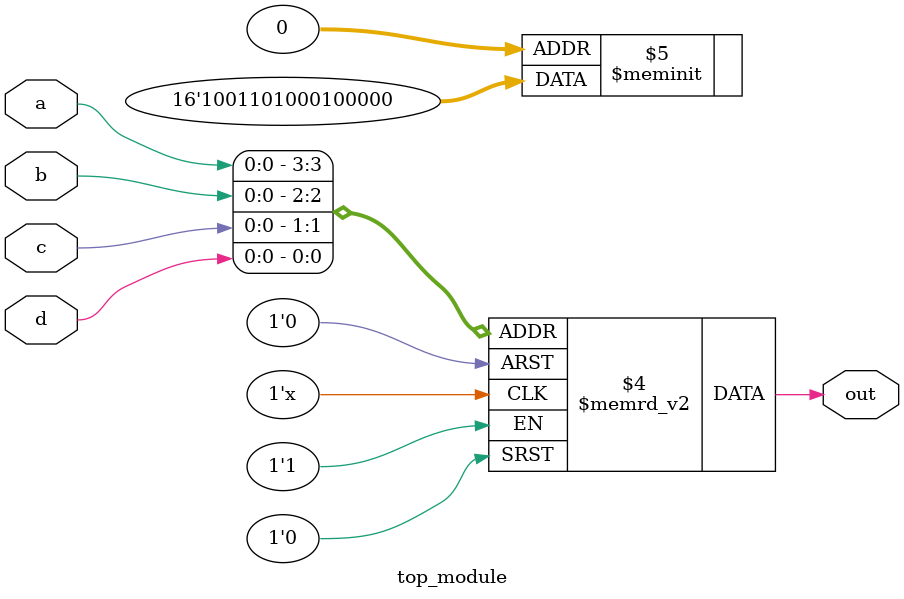
<source format=sv>
module top_module (
	input a,
	input b,
	input c,
	input d,
	output reg out
);
	always @(*) begin
		case ({a, b, c, d})
			4'b0000: out = 1'b0;
			4'b0001: out = 1'b0;
			4'b0010: out = 1'b0;
			4'b0011: out = 1'b0;
			4'b0100: out = 1'b0;
			4'b0101: out = 1'b1;
			4'b0110: out = 1'b0;
			4'b0111: out = 1'b0;
			4'b1000: out = 1'b0;
			4'b1001: out = 1'b1;
			4'b1010: out = 1'b0;
			4'b1011: out = 1'b1;
			4'b1100: out = 1'b1;
			4'b1101: out = 1'b0;
			4'b1110: out = 1'b0;
			4'b1111: out = 1'b1;
			default: out = 1'b0;
		endcase
	end
endmodule

</source>
